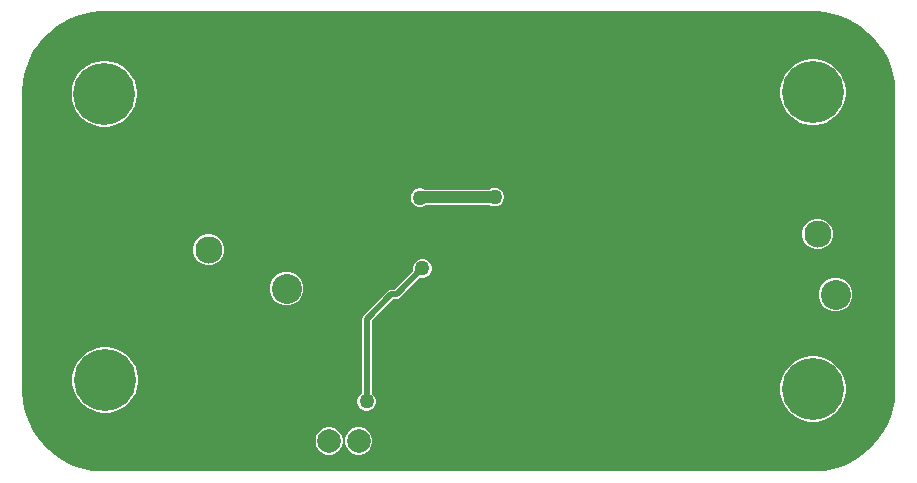
<source format=gbl>
G04*
G04 #@! TF.GenerationSoftware,Altium Limited,Altium Designer,23.5.1 (21)*
G04*
G04 Layer_Physical_Order=4*
G04 Layer_Color=16711680*
%FSLAX25Y25*%
%MOIN*%
G70*
G04*
G04 #@! TF.SameCoordinates,F2DA617C-CCEF-44E5-B4ED-05EE2DC053E7*
G04*
G04*
G04 #@! TF.FilePolarity,Positive*
G04*
G01*
G75*
%ADD43C,0.01968*%
%ADD44C,0.00600*%
%ADD45C,0.07874*%
%ADD46C,0.09055*%
%ADD48C,0.10000*%
%ADD49C,0.05000*%
%ADD59C,0.03937*%
%ADD60C,0.20669*%
G36*
X269511Y152176D02*
X272160Y151649D01*
X274744Y150866D01*
X277239Y149832D01*
X279621Y148559D01*
X281867Y147058D01*
X283955Y145345D01*
X285865Y143435D01*
X287578Y141347D01*
X289078Y139102D01*
X290352Y136720D01*
X291385Y134224D01*
X292169Y131640D01*
X292696Y128991D01*
X292961Y126303D01*
Y124953D01*
Y26528D01*
Y25177D01*
X292696Y22489D01*
X292169Y19840D01*
X291385Y17256D01*
X290352Y14761D01*
X289078Y12379D01*
X287578Y10133D01*
X285865Y8045D01*
X283955Y6135D01*
X281867Y4422D01*
X279621Y2922D01*
X277239Y1648D01*
X274744Y615D01*
X272160Y-169D01*
X269511Y-696D01*
X266823Y-961D01*
X29252D01*
X29199Y-971D01*
X27900Y-961D01*
X25214Y-696D01*
X22565Y-169D01*
X19980Y615D01*
X17485Y1648D01*
X15103Y2922D01*
X12857Y4422D01*
X10770Y6135D01*
X8860Y8045D01*
X7147Y10133D01*
X5646Y12379D01*
X4373Y14761D01*
X3339Y17256D01*
X2555Y19840D01*
X2028Y22489D01*
X1764Y25177D01*
Y26528D01*
Y124953D01*
Y126303D01*
X2028Y128991D01*
X2555Y131640D01*
X3339Y134224D01*
X4373Y136720D01*
X5646Y139102D01*
X7146Y141347D01*
X8860Y143435D01*
X10770Y145345D01*
X12857Y147058D01*
X15103Y148559D01*
X17485Y149832D01*
X19980Y150866D01*
X22565Y151649D01*
X25214Y152176D01*
X27902Y152441D01*
X266823D01*
X269511Y152176D01*
D02*
G37*
%LPC*%
G36*
X266333Y136407D02*
X264612D01*
X262912Y136138D01*
X261275Y135606D01*
X259741Y134825D01*
X258349Y133813D01*
X257132Y132596D01*
X256120Y131203D01*
X255339Y129670D01*
X254807Y128033D01*
X254538Y126333D01*
Y124612D01*
X254807Y122912D01*
X255339Y121275D01*
X256120Y119741D01*
X257132Y118349D01*
X258349Y117132D01*
X259741Y116120D01*
X261275Y115339D01*
X262912Y114807D01*
X264612Y114538D01*
X266333D01*
X268033Y114807D01*
X269670Y115339D01*
X271203Y116120D01*
X272596Y117132D01*
X273813Y118349D01*
X274825Y119741D01*
X275606Y121275D01*
X276138Y122912D01*
X276407Y124612D01*
Y126333D01*
X276138Y128033D01*
X275606Y129670D01*
X274825Y131203D01*
X273813Y132596D01*
X272596Y133813D01*
X271203Y134825D01*
X269670Y135606D01*
X268033Y136138D01*
X266333Y136407D01*
D02*
G37*
G36*
X30112Y135887D02*
X28391D01*
X26691Y135618D01*
X25054Y135086D01*
X23521Y134305D01*
X22129Y133293D01*
X20911Y132076D01*
X19900Y130684D01*
X19118Y129150D01*
X18587Y127513D01*
X18317Y125813D01*
Y124092D01*
X18587Y122392D01*
X19118Y120755D01*
X19900Y119222D01*
X20911Y117829D01*
X22129Y116612D01*
X23521Y115601D01*
X25054Y114819D01*
X26691Y114287D01*
X28391Y114018D01*
X30112D01*
X31813Y114287D01*
X33449Y114819D01*
X34983Y115601D01*
X36375Y116612D01*
X37592Y117829D01*
X38604Y119222D01*
X39386Y120755D01*
X39917Y122392D01*
X40187Y124092D01*
Y125813D01*
X39917Y127513D01*
X39386Y129150D01*
X38604Y130684D01*
X37592Y132076D01*
X36375Y133293D01*
X34983Y134305D01*
X33449Y135086D01*
X31813Y135618D01*
X30112Y135887D01*
D02*
G37*
G36*
X159808Y93600D02*
X158992D01*
X158203Y93389D01*
X157514Y92991D01*
X136040D01*
X135697Y93189D01*
X134908Y93400D01*
X134092D01*
X133303Y93189D01*
X132597Y92781D01*
X132019Y92203D01*
X131611Y91497D01*
X131400Y90708D01*
Y89892D01*
X131611Y89103D01*
X132019Y88397D01*
X132597Y87819D01*
X133303Y87411D01*
X134092Y87200D01*
X134908D01*
X135697Y87411D01*
X136386Y87809D01*
X157860D01*
X158203Y87611D01*
X158992Y87400D01*
X159808D01*
X160597Y87611D01*
X161303Y88019D01*
X161881Y88597D01*
X162289Y89303D01*
X162500Y90092D01*
Y90908D01*
X162289Y91697D01*
X161881Y92403D01*
X161303Y92981D01*
X160597Y93389D01*
X159808Y93600D01*
D02*
G37*
G36*
X267675Y83285D02*
X266325D01*
X265021Y82936D01*
X263852Y82261D01*
X262897Y81306D01*
X262222Y80137D01*
X261872Y78833D01*
Y77482D01*
X262222Y76178D01*
X262897Y75009D01*
X263852Y74054D01*
X265021Y73379D01*
X266325Y73030D01*
X267675D01*
X268979Y73379D01*
X270148Y74054D01*
X271103Y75009D01*
X271778Y76178D01*
X272128Y77482D01*
Y78833D01*
X271778Y80137D01*
X271103Y81306D01*
X270148Y82261D01*
X268979Y82936D01*
X267675Y83285D01*
D02*
G37*
G36*
X64675Y78128D02*
X63325D01*
X62021Y77778D01*
X60852Y77103D01*
X59897Y76148D01*
X59222Y74979D01*
X58872Y73675D01*
Y72325D01*
X59222Y71021D01*
X59897Y69852D01*
X60852Y68897D01*
X62021Y68222D01*
X63325Y67872D01*
X64675D01*
X65979Y68222D01*
X67148Y68897D01*
X68103Y69852D01*
X68778Y71021D01*
X69128Y72325D01*
Y73675D01*
X68778Y74979D01*
X68103Y76148D01*
X67148Y77103D01*
X65979Y77778D01*
X64675Y78128D01*
D02*
G37*
G36*
X135712Y69811D02*
X134895D01*
X134107Y69600D01*
X133400Y69192D01*
X132823Y68615D01*
X132415Y67908D01*
X132203Y67119D01*
Y66303D01*
X132290Y65982D01*
X125989Y59681D01*
X124966D01*
X124347Y59558D01*
X123823Y59208D01*
X115758Y51142D01*
X115408Y50618D01*
X115285Y50000D01*
Y25163D01*
X114797Y24881D01*
X114219Y24303D01*
X113811Y23597D01*
X113600Y22808D01*
Y21992D01*
X113811Y21203D01*
X114219Y20497D01*
X114797Y19919D01*
X115503Y19511D01*
X116292Y19300D01*
X117108D01*
X117897Y19511D01*
X118603Y19919D01*
X119181Y20497D01*
X119589Y21203D01*
X119800Y21992D01*
Y22808D01*
X119589Y23597D01*
X119181Y24303D01*
X118603Y24881D01*
X118515Y24931D01*
Y49331D01*
X125635Y56450D01*
X126658D01*
X127276Y56573D01*
X127800Y56923D01*
X134574Y63697D01*
X134895Y63611D01*
X135712D01*
X136500Y63823D01*
X137207Y64231D01*
X137784Y64808D01*
X138192Y65515D01*
X138403Y66303D01*
Y67119D01*
X138192Y67908D01*
X137784Y68615D01*
X137207Y69192D01*
X136500Y69600D01*
X135712Y69811D01*
D02*
G37*
G36*
X90737Y65600D02*
X89263D01*
X87839Y65218D01*
X86562Y64481D01*
X85519Y63438D01*
X84782Y62161D01*
X84400Y60737D01*
Y59263D01*
X84782Y57838D01*
X85519Y56561D01*
X86562Y55519D01*
X87839Y54782D01*
X89263Y54400D01*
X90737D01*
X92162Y54782D01*
X93439Y55519D01*
X94481Y56561D01*
X95218Y57838D01*
X95600Y59263D01*
Y60737D01*
X95218Y62161D01*
X94481Y63438D01*
X93439Y64481D01*
X92162Y65218D01*
X90737Y65600D01*
D02*
G37*
G36*
X273737Y63600D02*
X272263D01*
X270838Y63218D01*
X269562Y62481D01*
X268519Y61439D01*
X267782Y60162D01*
X267400Y58737D01*
Y57263D01*
X267782Y55839D01*
X268519Y54562D01*
X269562Y53519D01*
X270838Y52782D01*
X272263Y52400D01*
X273737D01*
X275162Y52782D01*
X276438Y53519D01*
X277481Y54562D01*
X278218Y55839D01*
X278600Y57263D01*
Y58737D01*
X278218Y60162D01*
X277481Y61439D01*
X276438Y62481D01*
X275162Y63218D01*
X273737Y63600D01*
D02*
G37*
G36*
X30388Y40462D02*
X28667D01*
X26967Y40193D01*
X25330Y39661D01*
X23797Y38880D01*
X22404Y37868D01*
X21187Y36651D01*
X20175Y35259D01*
X19394Y33725D01*
X18862Y32088D01*
X18593Y30388D01*
Y28667D01*
X18862Y26967D01*
X19394Y25330D01*
X20175Y23797D01*
X21187Y22404D01*
X22404Y21187D01*
X23797Y20175D01*
X25330Y19394D01*
X26967Y18862D01*
X28667Y18593D01*
X30388D01*
X32088Y18862D01*
X33725Y19394D01*
X35259Y20175D01*
X36651Y21187D01*
X37868Y22404D01*
X38880Y23797D01*
X39661Y25330D01*
X40193Y26967D01*
X40462Y28667D01*
Y30388D01*
X40193Y32088D01*
X39661Y33725D01*
X38880Y35259D01*
X37868Y36651D01*
X36651Y37868D01*
X35259Y38880D01*
X33725Y39661D01*
X32088Y40193D01*
X30388Y40462D01*
D02*
G37*
G36*
X266333Y37462D02*
X264612D01*
X262912Y37193D01*
X261275Y36661D01*
X259741Y35880D01*
X258349Y34868D01*
X257132Y33651D01*
X256120Y32259D01*
X255339Y30725D01*
X254807Y29088D01*
X254538Y27388D01*
Y25667D01*
X254807Y23967D01*
X255339Y22330D01*
X256120Y20797D01*
X257132Y19404D01*
X258349Y18187D01*
X259741Y17175D01*
X261275Y16394D01*
X262912Y15862D01*
X264612Y15593D01*
X266333D01*
X268033Y15862D01*
X269670Y16394D01*
X271203Y17175D01*
X272596Y18187D01*
X273813Y19404D01*
X274825Y20797D01*
X275606Y22330D01*
X276138Y23967D01*
X276407Y25667D01*
Y27388D01*
X276138Y29088D01*
X275606Y30725D01*
X274825Y32259D01*
X273813Y33651D01*
X272596Y34868D01*
X271203Y35880D01*
X269670Y36661D01*
X268033Y37193D01*
X266333Y37462D01*
D02*
G37*
G36*
X114632Y13711D02*
X113437D01*
X112283Y13402D01*
X111249Y12804D01*
X110404Y11960D01*
X109807Y10925D01*
X109498Y9771D01*
Y8577D01*
X109807Y7423D01*
X110404Y6388D01*
X111249Y5544D01*
X112283Y4946D01*
X113437Y4637D01*
X114632D01*
X115786Y4946D01*
X116820Y5544D01*
X117665Y6388D01*
X118263Y7423D01*
X118572Y8577D01*
Y9771D01*
X118263Y10925D01*
X117665Y11960D01*
X116820Y12804D01*
X115786Y13402D01*
X114632Y13711D01*
D02*
G37*
G36*
X104789D02*
X103595D01*
X102441Y13402D01*
X101406Y12804D01*
X100562Y11960D01*
X99964Y10925D01*
X99655Y9771D01*
Y8577D01*
X99964Y7423D01*
X100562Y6388D01*
X101406Y5544D01*
X102441Y4946D01*
X103595Y4637D01*
X104789D01*
X105943Y4946D01*
X106978Y5544D01*
X107823Y6388D01*
X108420Y7423D01*
X108729Y8577D01*
Y9771D01*
X108420Y10925D01*
X107823Y11960D01*
X106978Y12804D01*
X105943Y13402D01*
X104789Y13711D01*
D02*
G37*
%LPD*%
D43*
X126658Y58066D02*
X135303Y66711D01*
X124966Y58066D02*
X126658D01*
X116900Y50000D02*
X124966Y58066D01*
X116900Y22600D02*
Y50000D01*
D44*
X134500Y90300D02*
X134600Y90400D01*
X159300D02*
X159400Y90500D01*
X116700Y22400D02*
X116900Y22600D01*
D45*
X104192Y9174D02*
D03*
X114035D02*
D03*
X123877D02*
D03*
D46*
X267000Y97843D02*
D03*
Y78158D02*
D03*
X64000Y73000D02*
D03*
Y92685D02*
D03*
D48*
X9000Y55000D02*
D03*
X90000Y60000D02*
D03*
X287000Y118000D02*
D03*
X273000Y58000D02*
D03*
X284000Y38000D02*
D03*
D49*
X159400Y90500D02*
D03*
X134500Y90300D02*
D03*
X135303Y66711D02*
D03*
X154400Y72758D02*
D03*
X150700Y67357D02*
D03*
X275200Y109200D02*
D03*
X262600D02*
D03*
X287100Y100700D02*
D03*
X286700Y92400D02*
D03*
X251600Y100200D02*
D03*
X251500Y91900D02*
D03*
X286928Y109202D02*
D03*
X251494D02*
D03*
X106400Y32100D02*
D03*
X116700Y22400D02*
D03*
X180900Y68300D02*
D03*
X14000Y106000D02*
D03*
Y86000D02*
D03*
Y67000D02*
D03*
X37000Y86000D02*
D03*
Y96000D02*
D03*
X85000Y108000D02*
D03*
X72000D02*
D03*
X58000D02*
D03*
X38000Y107000D02*
D03*
X288500Y132158D02*
D03*
Y32157D02*
D03*
X276000Y7158D02*
D03*
X251000D02*
D03*
X238500Y132158D02*
D03*
X226000Y7158D02*
D03*
X213500Y132158D02*
D03*
Y32157D02*
D03*
X201000Y7158D02*
D03*
X188500Y132158D02*
D03*
X176000Y7158D02*
D03*
X163500Y132158D02*
D03*
X151000Y57157D02*
D03*
X163500Y32157D02*
D03*
X151000Y7158D02*
D03*
X138500Y132158D02*
D03*
X126000Y107158D02*
D03*
X138500Y32157D02*
D03*
X113500Y132158D02*
D03*
X101000Y107158D02*
D03*
X88500Y132158D02*
D03*
Y32157D02*
D03*
X76000Y7158D02*
D03*
X63500Y132158D02*
D03*
Y32157D02*
D03*
X51000Y7158D02*
D03*
X26000D02*
D03*
D59*
X134600Y90400D02*
X159300D01*
D60*
X29528Y29528D02*
D03*
X265472Y125472D02*
D03*
Y26528D02*
D03*
X29252Y124953D02*
D03*
M02*

</source>
